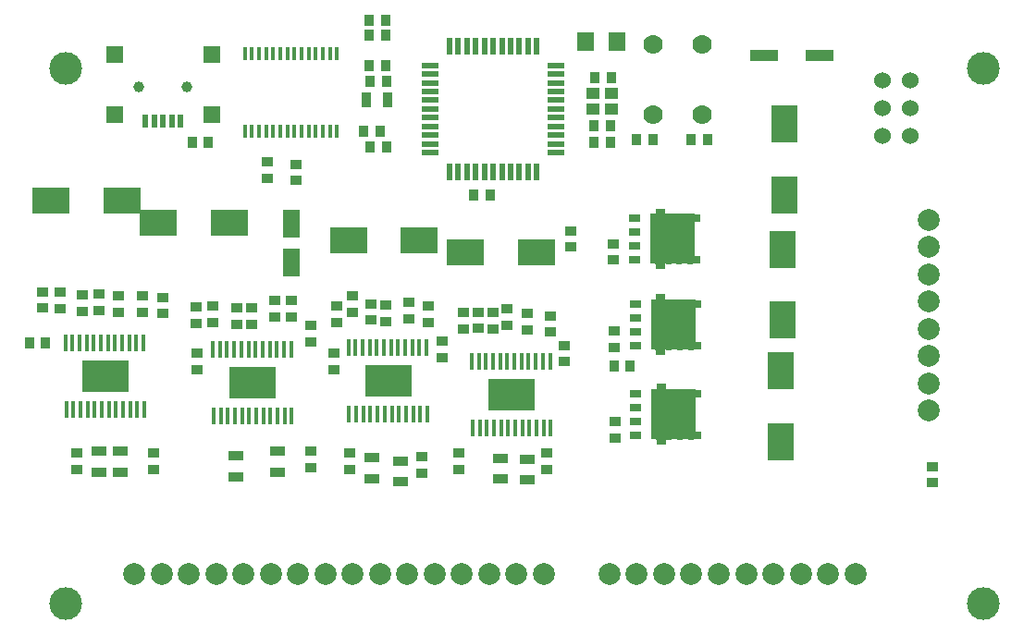
<source format=gbr>
G04 #@! TF.FileFunction,Soldermask,Top*
%FSLAX46Y46*%
G04 Gerber Fmt 4.6, Leading zero omitted, Abs format (unit mm)*
G04 Created by KiCad (PCBNEW (2015-08-20 BZR 6109)-product) date Wed 02 Sep 2015 09:03:58 PM PDT*
%MOMM*%
G01*
G04 APERTURE LIST*
%ADD10C,0.150000*%
%ADD11R,0.899160X1.000760*%
%ADD12R,1.000760X0.899160*%
%ADD13R,0.889000X1.397000*%
%ADD14C,1.778000*%
%ADD15C,3.000000*%
%ADD16R,2.400300X3.500120*%
%ADD17R,3.500120X2.400300*%
%ADD18R,1.597660X1.800860*%
%ADD19R,1.200000X1.100000*%
%ADD20R,1.501140X0.551180*%
%ADD21R,0.551180X1.501140*%
%ADD22R,1.600200X2.600960*%
%ADD23C,2.000000*%
%ADD24R,1.397000X0.889000*%
%ADD25C,1.524000*%
%ADD26R,2.540000X0.990600*%
%ADD27R,1.600200X1.600200*%
%ADD28C,1.000760*%
%ADD29R,0.500380X1.198880*%
%ADD30R,0.475000X0.750000*%
%ADD31R,0.905000X0.495000*%
%ADD32C,0.780000*%
%ADD33R,1.000000X0.750000*%
%ADD34R,4.055000X4.560000*%
%ADD35R,0.406400X1.270000*%
%ADD36C,0.400000*%
%ADD37R,0.450000X1.650000*%
%ADD38R,4.320000X3.000000*%
G04 APERTURE END LIST*
D10*
D11*
X140851840Y-73800000D03*
X139348160Y-73800000D03*
D12*
X137200000Y-83351840D03*
X137200000Y-81848160D03*
D11*
X118856760Y-68148200D03*
X120360440Y-68148200D03*
D12*
X104400000Y-88748160D03*
X104400000Y-90251840D03*
X170300000Y-104951840D03*
X170300000Y-103448160D03*
X111600000Y-89751840D03*
X111600000Y-88248160D03*
X122400000Y-88398160D03*
X122400000Y-89901840D03*
X127000000Y-103751840D03*
X127000000Y-102248160D03*
X135300000Y-91151840D03*
X135300000Y-89648160D03*
X128750000Y-89298160D03*
X128750000Y-90801840D03*
X109400000Y-77051840D03*
X109400000Y-75548160D03*
X117250000Y-87848160D03*
X117250000Y-89351840D03*
X90450000Y-87498160D03*
X90450000Y-89001840D03*
X99900000Y-89451840D03*
X99900000Y-87948160D03*
X125400000Y-93451840D03*
X125400000Y-91948160D03*
X95800000Y-87848160D03*
X95800000Y-89351840D03*
X112100000Y-77251840D03*
X112100000Y-75748160D03*
X98000000Y-89351840D03*
X98000000Y-87848160D03*
X124200000Y-90251840D03*
X124200000Y-88748160D03*
X92000000Y-103751840D03*
X92000000Y-102248160D03*
X117000000Y-103751840D03*
X117000000Y-102248160D03*
X136650000Y-92348160D03*
X136650000Y-93851840D03*
X113400000Y-90548160D03*
X113400000Y-92051840D03*
X133200000Y-89448160D03*
X133200000Y-90951840D03*
X110100000Y-88248160D03*
X110100000Y-89751840D03*
D11*
X104051840Y-73800000D03*
X102548160Y-73800000D03*
X129834640Y-78587600D03*
X128330960Y-78587600D03*
D13*
X118529100Y-69850000D03*
X120434100Y-69850000D03*
D11*
X144751840Y-73500000D03*
X143248160Y-73500000D03*
D14*
X144750000Y-71250000D03*
X149250000Y-71250000D03*
X144750000Y-64750000D03*
X149250000Y-64750000D03*
D15*
X175000000Y-116000000D03*
X91000000Y-116000000D03*
D12*
X141100000Y-83048160D03*
X141100000Y-84551840D03*
D11*
X140851840Y-72200000D03*
X139348160Y-72200000D03*
X139448160Y-67800000D03*
X140951840Y-67800000D03*
D15*
X175000000Y-67000000D03*
X91000000Y-67000000D03*
D16*
X156400000Y-94648800D03*
X156400000Y-101151200D03*
D17*
X127548800Y-83800000D03*
X134051200Y-83800000D03*
X123351200Y-82700000D03*
X116848800Y-82700000D03*
D16*
X156800000Y-72048800D03*
X156800000Y-78551200D03*
D17*
X99448800Y-81100000D03*
X105951200Y-81100000D03*
D18*
X141419860Y-64500000D03*
X138580140Y-64500000D03*
D19*
X140950000Y-69300000D03*
X139250000Y-69300000D03*
X140950000Y-70700000D03*
X139250000Y-70700000D03*
D20*
X124354520Y-72300200D03*
X124354520Y-73100300D03*
X124354520Y-74700500D03*
X124354520Y-73900400D03*
X124354520Y-69899900D03*
X124354520Y-71500100D03*
X124354520Y-70700000D03*
X124354520Y-68299700D03*
X124354520Y-69099800D03*
X124354520Y-67499600D03*
X124354520Y-66699500D03*
X135840400Y-66699500D03*
X135840400Y-67499600D03*
X135840400Y-69099800D03*
X135840400Y-68299700D03*
X135840400Y-70700000D03*
X135840400Y-71500100D03*
X135840400Y-69899900D03*
X135840400Y-73900400D03*
X135840400Y-74700500D03*
X135840400Y-73100300D03*
X135840400Y-72300200D03*
D21*
X134100500Y-76440400D03*
X133300400Y-76440400D03*
X131700200Y-76440400D03*
X132500300Y-76440400D03*
X130100000Y-76440400D03*
X129299900Y-76440400D03*
X130900100Y-76440400D03*
X126899600Y-76440400D03*
X126099500Y-76440400D03*
X127699700Y-76440400D03*
X128499800Y-76440400D03*
X128499800Y-64959600D03*
X127699700Y-64959600D03*
X126099500Y-64959600D03*
X126899600Y-64959600D03*
X130900100Y-64959600D03*
X129299900Y-64959600D03*
X130100000Y-64959600D03*
X132500300Y-64959600D03*
X131700200Y-64959600D03*
X133300400Y-64959600D03*
X134100500Y-64959600D03*
D22*
X111600000Y-81199140D03*
X111600000Y-84800860D03*
D23*
X119750000Y-113300000D03*
X117250000Y-113300000D03*
X127250000Y-113300000D03*
X129750000Y-113300000D03*
X134750000Y-113300000D03*
X132250000Y-113300000D03*
X122250000Y-113300000D03*
X124750000Y-113300000D03*
X104750000Y-113300000D03*
X102250000Y-113300000D03*
X112250000Y-113300000D03*
X114750000Y-113300000D03*
X109750000Y-113300000D03*
X107250000Y-113300000D03*
X97250000Y-113300000D03*
X99750000Y-113300000D03*
D11*
X149751840Y-73500000D03*
X148248160Y-73500000D03*
D12*
X141200000Y-91048160D03*
X141200000Y-92551840D03*
X141300000Y-99348160D03*
X141300000Y-100851840D03*
D11*
X120360440Y-74142600D03*
X118856760Y-74142600D03*
X120251840Y-66700000D03*
X118748160Y-66700000D03*
X120251840Y-63900000D03*
X118748160Y-63900000D03*
D24*
X110400000Y-102047500D03*
X110400000Y-103952500D03*
X106550000Y-102497500D03*
X106550000Y-104402500D03*
X133200000Y-102795000D03*
X133200000Y-104700000D03*
X130800000Y-102695000D03*
X130800000Y-104600000D03*
D12*
X106600000Y-88948160D03*
X106600000Y-90451840D03*
X131400000Y-88998160D03*
X131400000Y-90501840D03*
D11*
X120251840Y-62600000D03*
X118748160Y-62600000D03*
D12*
X108000000Y-90451840D03*
X108000000Y-88948160D03*
X130100000Y-90851840D03*
X130100000Y-89348160D03*
X135000000Y-102248160D03*
X135000000Y-103751840D03*
X113400000Y-102048160D03*
X113400000Y-103551840D03*
X102900000Y-88848160D03*
X102900000Y-90351840D03*
X103000000Y-93048160D03*
X103000000Y-94551840D03*
X115800000Y-88748160D03*
X115800000Y-90251840D03*
D17*
X96151200Y-79100000D03*
X89648800Y-79100000D03*
D11*
X89151840Y-92100000D03*
X87648160Y-92100000D03*
D12*
X88900000Y-87448160D03*
X88900000Y-88951840D03*
X115500000Y-93048160D03*
X115500000Y-94551840D03*
X99000000Y-102248160D03*
X99000000Y-103751840D03*
X123600000Y-102548160D03*
X123600000Y-104051840D03*
X94000000Y-89151840D03*
X94000000Y-87648160D03*
X120300000Y-90151840D03*
X120300000Y-88648160D03*
X92500000Y-87748160D03*
X92500000Y-89251840D03*
X118900000Y-88548160D03*
X118900000Y-90051840D03*
D24*
X94000000Y-102047500D03*
X94000000Y-103952500D03*
X96000000Y-102047500D03*
X96000000Y-103952500D03*
X119000000Y-102647500D03*
X119000000Y-104552500D03*
X121600000Y-102947500D03*
X121600000Y-104852500D03*
D12*
X127350000Y-89348160D03*
X127350000Y-90851840D03*
D11*
X142651840Y-94250000D03*
X141148160Y-94250000D03*
X119751840Y-72700000D03*
X118248160Y-72700000D03*
D23*
X163250000Y-113300000D03*
X160750000Y-113300000D03*
X148250000Y-113300000D03*
X145750000Y-113300000D03*
X155750000Y-113300000D03*
X158250000Y-113300000D03*
X153250000Y-113300000D03*
X150750000Y-113300000D03*
X140750000Y-113300000D03*
X143250000Y-113300000D03*
D25*
X165730000Y-68060000D03*
X165730000Y-70600000D03*
X165730000Y-73140000D03*
X168270000Y-73140000D03*
X168270000Y-70600000D03*
X168270000Y-68060000D03*
D23*
X169940000Y-90850000D03*
X169940000Y-93350000D03*
X169940000Y-83350000D03*
X169940000Y-80850000D03*
X169940000Y-85850000D03*
X169940000Y-88350000D03*
X169940000Y-98350000D03*
X169940000Y-95850000D03*
D26*
X154860000Y-65800000D03*
X159940000Y-65800000D03*
D27*
X95449920Y-71198800D03*
X95449920Y-65699700D03*
X104350080Y-71198800D03*
D28*
X97700360Y-68699440D03*
D29*
X99099900Y-71800780D03*
X101500200Y-71800780D03*
X100700100Y-71800780D03*
X98299800Y-71800780D03*
X99887300Y-71800780D03*
D27*
X104350080Y-65699700D03*
D28*
X102099640Y-68699440D03*
D16*
X156600000Y-90051200D03*
X156600000Y-83548800D03*
D30*
X148902500Y-96775000D03*
X148902500Y-100585000D03*
D31*
X145487500Y-101207500D03*
X145487500Y-96152500D03*
D30*
X148902500Y-100585000D03*
X148902500Y-96775000D03*
D31*
X145487500Y-101207500D03*
D32*
X148220000Y-100680000D03*
X145220000Y-96680000D03*
X146220000Y-96680000D03*
X147220000Y-96680000D03*
X145220000Y-100680000D03*
X146220000Y-98680000D03*
X147220000Y-98680000D03*
X148220000Y-97680000D03*
X148220000Y-96680000D03*
X147220000Y-97680000D03*
X146220000Y-97680000D03*
X145220000Y-97680000D03*
X145220000Y-99680000D03*
X146220000Y-99680000D03*
X147220000Y-99680000D03*
X148220000Y-98680000D03*
X148220000Y-99680000D03*
X147220000Y-100680000D03*
X146220000Y-100680000D03*
D31*
X145487500Y-96152500D03*
D33*
X143145000Y-96775000D03*
X143145000Y-98045000D03*
X143145000Y-99315000D03*
X143145000Y-100585000D03*
D34*
X146637500Y-98680000D03*
D32*
X145220000Y-98680000D03*
D30*
X148862500Y-88545000D03*
X148862500Y-92355000D03*
D31*
X145447500Y-92977500D03*
X145447500Y-87922500D03*
D30*
X148862500Y-92355000D03*
X148862500Y-88545000D03*
D31*
X145447500Y-92977500D03*
D32*
X148180000Y-92450000D03*
X145180000Y-88450000D03*
X146180000Y-88450000D03*
X147180000Y-88450000D03*
X145180000Y-92450000D03*
X146180000Y-90450000D03*
X147180000Y-90450000D03*
X148180000Y-89450000D03*
X148180000Y-88450000D03*
X147180000Y-89450000D03*
X146180000Y-89450000D03*
X145180000Y-89450000D03*
X145180000Y-91450000D03*
X146180000Y-91450000D03*
X147180000Y-91450000D03*
X148180000Y-90450000D03*
X148180000Y-91450000D03*
X147180000Y-92450000D03*
X146180000Y-92450000D03*
D31*
X145447500Y-87922500D03*
D33*
X143105000Y-88545000D03*
X143105000Y-89815000D03*
X143105000Y-91085000D03*
X143105000Y-92355000D03*
D34*
X146597500Y-90450000D03*
D32*
X145180000Y-90450000D03*
D30*
X148822500Y-80695000D03*
X148822500Y-84505000D03*
D31*
X145407500Y-85127500D03*
X145407500Y-80072500D03*
D30*
X148822500Y-84505000D03*
X148822500Y-80695000D03*
D31*
X145407500Y-85127500D03*
D32*
X148140000Y-84600000D03*
X145140000Y-80600000D03*
X146140000Y-80600000D03*
X147140000Y-80600000D03*
X145140000Y-84600000D03*
X146140000Y-82600000D03*
X147140000Y-82600000D03*
X148140000Y-81600000D03*
X148140000Y-80600000D03*
X147140000Y-81600000D03*
X146140000Y-81600000D03*
X145140000Y-81600000D03*
X145140000Y-83600000D03*
X146140000Y-83600000D03*
X147140000Y-83600000D03*
X148140000Y-82600000D03*
X148140000Y-83600000D03*
X147140000Y-84600000D03*
X146140000Y-84600000D03*
D31*
X145407500Y-80072500D03*
D33*
X143065000Y-80695000D03*
X143065000Y-81965000D03*
X143065000Y-83235000D03*
X143065000Y-84505000D03*
D34*
X146557500Y-82600000D03*
D32*
X145140000Y-82600000D03*
D35*
X115825000Y-65644000D03*
X115175000Y-65644000D03*
X114525000Y-65644000D03*
X113875000Y-65644000D03*
X113225000Y-65644000D03*
X112575000Y-65644000D03*
X111925000Y-65644000D03*
X111275000Y-65644000D03*
X110625000Y-65644000D03*
X109975000Y-65644000D03*
X109325000Y-65644000D03*
X108675000Y-65644000D03*
X108025000Y-65644000D03*
X107375000Y-65644000D03*
X107375000Y-72756000D03*
X108025000Y-72756000D03*
X108675000Y-72756000D03*
X109325000Y-72756000D03*
X109975000Y-72756000D03*
X110625000Y-72756000D03*
X111275000Y-72756000D03*
X111925000Y-72756000D03*
X112575000Y-72756000D03*
X113225000Y-72756000D03*
X113875000Y-72756000D03*
X114525000Y-72756000D03*
X115175000Y-72756000D03*
X115825000Y-72756000D03*
D36*
X120100000Y-95600000D03*
X119400000Y-95600000D03*
X118700000Y-95600000D03*
X120800000Y-95600000D03*
X121500000Y-95600000D03*
X122200000Y-95600000D03*
X122200000Y-95000000D03*
X121500000Y-95000000D03*
X120800000Y-95000000D03*
X118700000Y-95000000D03*
X119400000Y-95000000D03*
X120100000Y-95000000D03*
X120100000Y-94400000D03*
X119400000Y-94400000D03*
X118700000Y-94400000D03*
X120800000Y-94400000D03*
X121500000Y-94400000D03*
X122200000Y-94400000D03*
X122200000Y-96200000D03*
X121500000Y-96200000D03*
X120800000Y-96200000D03*
X118700000Y-96200000D03*
X119400000Y-96200000D03*
X120100000Y-96200000D03*
X120100000Y-96800000D03*
X119400000Y-96800000D03*
X118700000Y-96800000D03*
X120800000Y-96800000D03*
X121500000Y-96800000D03*
D37*
X116851060Y-92550000D03*
X117498760Y-92550000D03*
X117573760Y-98650000D03*
X116926060Y-98650000D03*
X118226060Y-98650000D03*
X118873760Y-98650000D03*
X119524000Y-98650000D03*
X120175000Y-98650000D03*
X120825000Y-98650000D03*
X121474720Y-98650000D03*
X122124960Y-98650000D03*
X122775200Y-98650000D03*
X123425440Y-98650000D03*
X124075680Y-98650000D03*
X124000680Y-92550000D03*
X123350440Y-92550000D03*
X122700200Y-92550000D03*
X122049960Y-92550000D03*
X121399720Y-92550000D03*
X120749480Y-92550000D03*
X120099240Y-92550000D03*
X119449000Y-92550000D03*
X118798760Y-92550000D03*
X118151060Y-92550000D03*
D38*
X120500000Y-95600000D03*
D36*
X122200000Y-96800000D03*
X94200000Y-95200000D03*
X93500000Y-95200000D03*
X92800000Y-95200000D03*
X94900000Y-95200000D03*
X95600000Y-95200000D03*
X96300000Y-95200000D03*
X96300000Y-94600000D03*
X95600000Y-94600000D03*
X94900000Y-94600000D03*
X92800000Y-94600000D03*
X93500000Y-94600000D03*
X94200000Y-94600000D03*
X94200000Y-94000000D03*
X93500000Y-94000000D03*
X92800000Y-94000000D03*
X94900000Y-94000000D03*
X95600000Y-94000000D03*
X96300000Y-94000000D03*
X96300000Y-95800000D03*
X95600000Y-95800000D03*
X94900000Y-95800000D03*
X92800000Y-95800000D03*
X93500000Y-95800000D03*
X94200000Y-95800000D03*
X94200000Y-96400000D03*
X93500000Y-96400000D03*
X92800000Y-96400000D03*
X94900000Y-96400000D03*
X95600000Y-96400000D03*
D37*
X90951060Y-92150000D03*
X91598760Y-92150000D03*
X91673760Y-98250000D03*
X91026060Y-98250000D03*
X92326060Y-98250000D03*
X92973760Y-98250000D03*
X93624000Y-98250000D03*
X94275000Y-98250000D03*
X94925000Y-98250000D03*
X95574720Y-98250000D03*
X96224960Y-98250000D03*
X96875200Y-98250000D03*
X97525440Y-98250000D03*
X98175680Y-98250000D03*
X98100680Y-92150000D03*
X97450440Y-92150000D03*
X96800200Y-92150000D03*
X96149960Y-92150000D03*
X95499720Y-92150000D03*
X94849480Y-92150000D03*
X94199240Y-92150000D03*
X93549000Y-92150000D03*
X92898760Y-92150000D03*
X92251060Y-92150000D03*
D38*
X94600000Y-95200000D03*
D36*
X96300000Y-96400000D03*
X131400000Y-96900000D03*
X130700000Y-96900000D03*
X130000000Y-96900000D03*
X132100000Y-96900000D03*
X132800000Y-96900000D03*
X133500000Y-96900000D03*
X133500000Y-96300000D03*
X132800000Y-96300000D03*
X132100000Y-96300000D03*
X130000000Y-96300000D03*
X130700000Y-96300000D03*
X131400000Y-96300000D03*
X131400000Y-95700000D03*
X130700000Y-95700000D03*
X130000000Y-95700000D03*
X132100000Y-95700000D03*
X132800000Y-95700000D03*
X133500000Y-95700000D03*
X133500000Y-97500000D03*
X132800000Y-97500000D03*
X132100000Y-97500000D03*
X130000000Y-97500000D03*
X130700000Y-97500000D03*
X131400000Y-97500000D03*
X131400000Y-98100000D03*
X130700000Y-98100000D03*
X130000000Y-98100000D03*
X132100000Y-98100000D03*
X132800000Y-98100000D03*
D37*
X128151060Y-93850000D03*
X128798760Y-93850000D03*
X128873760Y-99950000D03*
X128226060Y-99950000D03*
X129526060Y-99950000D03*
X130173760Y-99950000D03*
X130824000Y-99950000D03*
X131475000Y-99950000D03*
X132125000Y-99950000D03*
X132774720Y-99950000D03*
X133424960Y-99950000D03*
X134075200Y-99950000D03*
X134725440Y-99950000D03*
X135375680Y-99950000D03*
X135300680Y-93850000D03*
X134650440Y-93850000D03*
X134000200Y-93850000D03*
X133349960Y-93850000D03*
X132699720Y-93850000D03*
X132049480Y-93850000D03*
X131399240Y-93850000D03*
X130749000Y-93850000D03*
X130098760Y-93850000D03*
X129451060Y-93850000D03*
D38*
X131800000Y-96900000D03*
D36*
X133500000Y-98100000D03*
X107700000Y-95800000D03*
X107000000Y-95800000D03*
X106300000Y-95800000D03*
X108400000Y-95800000D03*
X109100000Y-95800000D03*
X109800000Y-95800000D03*
X109800000Y-95200000D03*
X109100000Y-95200000D03*
X108400000Y-95200000D03*
X106300000Y-95200000D03*
X107000000Y-95200000D03*
X107700000Y-95200000D03*
X107700000Y-94600000D03*
X107000000Y-94600000D03*
X106300000Y-94600000D03*
X108400000Y-94600000D03*
X109100000Y-94600000D03*
X109800000Y-94600000D03*
X109800000Y-96400000D03*
X109100000Y-96400000D03*
X108400000Y-96400000D03*
X106300000Y-96400000D03*
X107000000Y-96400000D03*
X107700000Y-96400000D03*
X107700000Y-97000000D03*
X107000000Y-97000000D03*
X106300000Y-97000000D03*
X108400000Y-97000000D03*
X109100000Y-97000000D03*
D37*
X104451060Y-92750000D03*
X105098760Y-92750000D03*
X105173760Y-98850000D03*
X104526060Y-98850000D03*
X105826060Y-98850000D03*
X106473760Y-98850000D03*
X107124000Y-98850000D03*
X107775000Y-98850000D03*
X108425000Y-98850000D03*
X109074720Y-98850000D03*
X109724960Y-98850000D03*
X110375200Y-98850000D03*
X111025440Y-98850000D03*
X111675680Y-98850000D03*
X111600680Y-92750000D03*
X110950440Y-92750000D03*
X110300200Y-92750000D03*
X109649960Y-92750000D03*
X108999720Y-92750000D03*
X108349480Y-92750000D03*
X107699240Y-92750000D03*
X107049000Y-92750000D03*
X106398760Y-92750000D03*
X105751060Y-92750000D03*
D38*
X108100000Y-95800000D03*
D36*
X109800000Y-97000000D03*
M02*

</source>
